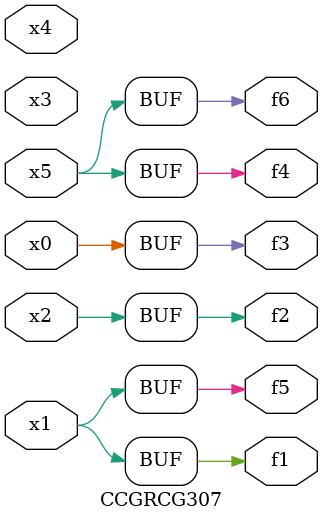
<source format=v>
module CCGRCG307(
	input x0, x1, x2, x3, x4, x5,
	output f1, f2, f3, f4, f5, f6
);
	assign f1 = x1;
	assign f2 = x2;
	assign f3 = x0;
	assign f4 = x5;
	assign f5 = x1;
	assign f6 = x5;
endmodule

</source>
